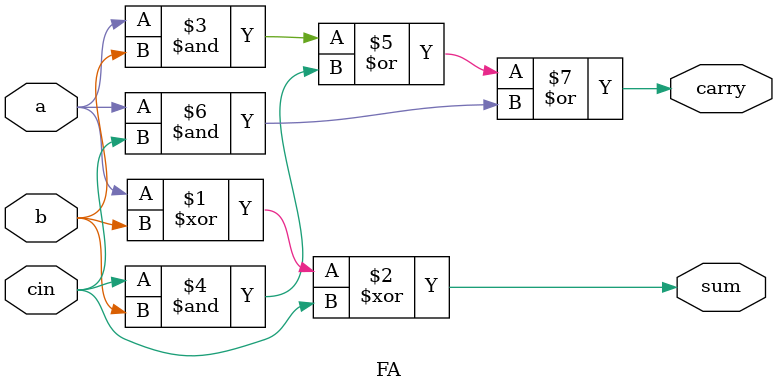
<source format=v>
module CSA_16BIT(   
    input [15:0] x,y,
    output [15:0] sum,
    output cout
);

wire [3:0] w_in, w_out;
wire [16:0] s;

CSA IC1(x[3:0],   y[3:0],   1'b0,    w_out[0],   s[4:0],              w_in[0]);
CSA IC2(x[7:4],   y[7:4],   w_in[0], w_out[1],  {s[8:5],w_out[0]},    w_in[1]);
CSA IC3(x[11:8],  y[11:8],  w_in[1], w_out[2],  {s[12:9],w_out[1]},   w_in[2]);
CSA_BOTTOM IC4(x[15:12], y[15:12], w_in[2], {s[16:13],w_out[2]}, cout);

// Nếu ta lấy s[16] thì kết quả sẽ sai !!! Cụ thể: khi cộng số âm và số dương sẽ ko đúng ở bit cuối
assign sum = s[15:0]; // Bỏ s[16] 
endmodule

//////////////////////////////// CSA //////////////////////////////////
module CSA       
(   input [3:0] x,y,
    input w_in,w_out,
    output [4:0] s,
    output cout
);
            
wire [3:0]c1, s1;

HA in1(x[0],y[0],s1[0],c1[0]);
HA in2(x[1],y[1],s1[1],c1[1]);
HA in3(x[2],y[2],s1[2],c1[2]);
HA in4(x[3],y[3],s1[3],c1[3]); 

RCA IC1(c1,{w_out,s1[3:1]},w_in,s[4:1],cout);

assign s[0] = s1[0];

endmodule

//////////////////////////////// CSA_BOTTOM //////////////////////////////////
module CSA_BOTTOM(
   input [3:0] x,y,
   input cin,
   output [4:0] s,
   output cout
);
            
wire [3:0]c1, s1;

HA in1(x[0],y[0],s1[0],c1[0]);
HA in2(x[1],y[1],s1[1],c1[1]);
HA in3(x[2],y[2],s1[2],c1[2]);
HA in4(x[3],y[3],s1[3],c1[3]); 

RCA_BOTTOM IC1(c1,s1[3:1],cin,s[4:1],cout);

assign s[0] = s1[0];

endmodule

///// Bottom /////
module RCA_BOTTOM(
    input [3:0]a,
    input [2:0]b,
    input cin,
    output [3:0]sum,
    output c4);

wire c1,c2,c3;      //Carry out of each full adder

FA fa1(a[0],b[0],cin,sum[0],c1);
FA fa2(a[1],b[1],c1,sum[1],c2);
FA fa3(a[2],b[2],c2,sum[2],c3);
HA ha0(a[3],c3,sum[3],c4);
endmodule

//////////////////////////////// RCA ////////////////////////////////
module RCA(
    input [3:0]a,b,
    input cin,
    output [3:0]sum,
    output c4);

wire c1,c2,c3;      //Carry out of each full adder

FA fa0(a[0],b[0],cin,sum[0],c1);
FA fa1(a[1],b[1],c1,sum[1],c2);
FA fa2(a[2],b[2],c2,sum[2],c3);
FA fa3(a[3],b[3],c3,sum[3],c4);             
endmodule

//////////////////////////////// HA //////////////////////////////////
module HA(
	input a,b,
  output sum,carry);

assign sum = a ^ b;
assign carry = a & b;

endmodule


//////////////////////////////// FA //////////////////////////////////
module FA(  
	input a,b,cin,
   output sum,carry);

assign sum = a ^ b ^ cin;
assign carry = (a & b) | (cin & b) | (a & cin);

endmodule



</source>
